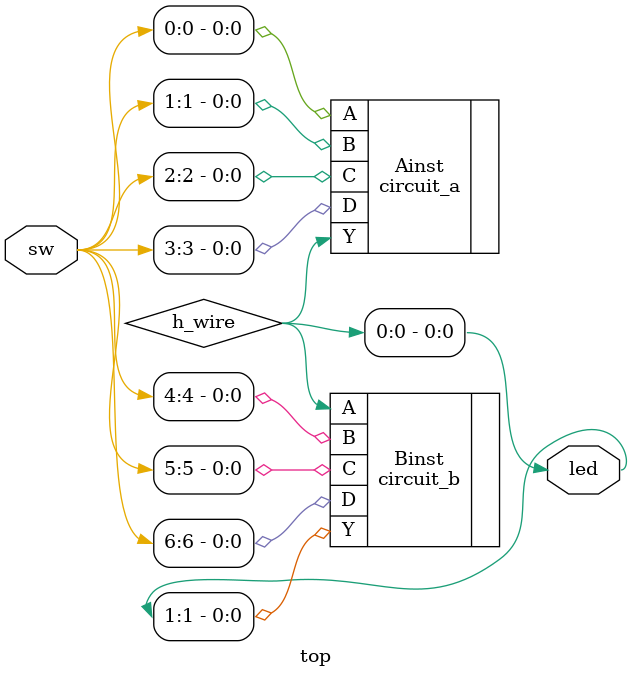
<source format=v>
module top (
    input[6:0] sw,
    output [1:0] led
);

wire h_wire;

assign led[0] = h_wire;

circuit_a Ainst(.A(sw[0]),
        .B(sw[1]),
        .C(sw[2]),
        .D(sw[3]),
        .Y(h_wire)
);

circuit_b Binst(.A(h_wire),
        .B(sw[4]),
        .C(sw[5]),
        .D(sw[6]),
        .Y(led[1])
);
        
endmodule


</source>
